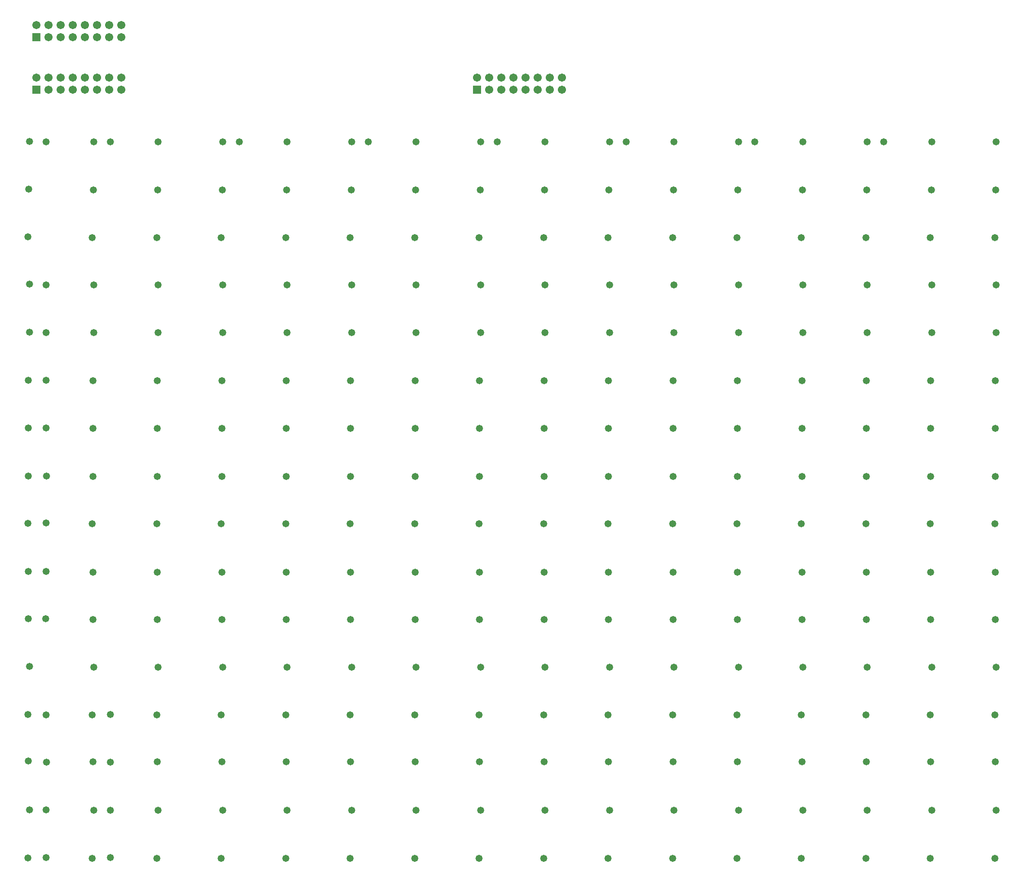
<source format=gbr>
G04 Layer_Color=16711935*
%FSLAX45Y45*%
%MOMM*%
%TF.FileFunction,Soldermask,Bot*%
%TF.Part,Single*%
G01*
G75*
%TA.AperFunction,ComponentPad*%
%ADD19R,1.70320X1.70320*%
%ADD20C,1.70320*%
%TA.AperFunction,ViaPad*%
%ADD21C,1.47320*%
D19*
X8866322Y28816000D02*
D03*
X8866318Y27715399D02*
D03*
X18098576D02*
D03*
D20*
X8866322Y29070001D02*
D03*
X9120322Y28816000D02*
D03*
Y29070001D02*
D03*
X9374322Y28816000D02*
D03*
Y29070001D02*
D03*
X9628322Y28816000D02*
D03*
Y29070001D02*
D03*
X9882322Y28816000D02*
D03*
Y29070001D02*
D03*
X10136322Y28816000D02*
D03*
Y29070001D02*
D03*
X10390322Y28816000D02*
D03*
Y29070001D02*
D03*
X10644322Y28816000D02*
D03*
Y29070001D02*
D03*
X8866318Y27969397D02*
D03*
X9120318Y27715399D02*
D03*
Y27969397D02*
D03*
X9374318Y27715399D02*
D03*
Y27969397D02*
D03*
X9628318Y27715399D02*
D03*
Y27969397D02*
D03*
X9882318Y27715399D02*
D03*
Y27969397D02*
D03*
X10136318Y27715399D02*
D03*
Y27969397D02*
D03*
X10390318Y27715399D02*
D03*
Y27969397D02*
D03*
X10644318Y27715399D02*
D03*
Y27969397D02*
D03*
X18098576D02*
D03*
X18352577Y27715399D02*
D03*
Y27969397D02*
D03*
X18606577Y27715399D02*
D03*
Y27969397D02*
D03*
X18860577Y27715399D02*
D03*
Y27969397D02*
D03*
X19114577Y27715399D02*
D03*
Y27969397D02*
D03*
X19368578Y27715399D02*
D03*
Y27969397D02*
D03*
X19622577Y27715399D02*
D03*
Y27969397D02*
D03*
X19876578Y27715399D02*
D03*
Y27969397D02*
D03*
D21*
X10420000Y14630000D02*
D03*
Y13630000D02*
D03*
Y12620000D02*
D03*
Y11630000D02*
D03*
X9070000Y18639999D02*
D03*
X9080000Y19620000D02*
D03*
X9070000Y23630000D02*
D03*
Y22630000D02*
D03*
Y21630000D02*
D03*
Y20630000D02*
D03*
X9060000Y16630000D02*
D03*
X9070000Y17620000D02*
D03*
Y14620000D02*
D03*
X9080000Y13630000D02*
D03*
X9070000Y12630000D02*
D03*
Y11630000D02*
D03*
X10040000Y11610000D02*
D03*
X11390000D02*
D03*
X12739999D02*
D03*
X14089999D02*
D03*
X15439999D02*
D03*
X16789999D02*
D03*
X18139999D02*
D03*
X19489999D02*
D03*
X20839998D02*
D03*
X22189998D02*
D03*
X23539998D02*
D03*
X24889998D02*
D03*
X26239999D02*
D03*
X27589999D02*
D03*
X28939996D02*
D03*
X8690000Y11620000D02*
D03*
X10070000Y12620000D02*
D03*
X11420000D02*
D03*
X12770000D02*
D03*
X14120000D02*
D03*
X15470000D02*
D03*
X16820000D02*
D03*
X18170000D02*
D03*
X19520000D02*
D03*
X20870000D02*
D03*
X22219998D02*
D03*
X23569998D02*
D03*
X24919998D02*
D03*
X26269998D02*
D03*
X27619998D02*
D03*
X28969998D02*
D03*
X8720000Y12630000D02*
D03*
X10050000Y13639999D02*
D03*
X11400000D02*
D03*
X12749999D02*
D03*
X14099998D02*
D03*
X15449998D02*
D03*
X16799998D02*
D03*
X18149998D02*
D03*
X19499998D02*
D03*
X20849998D02*
D03*
X22199998D02*
D03*
X23549998D02*
D03*
X24899998D02*
D03*
X26249997D02*
D03*
X27599997D02*
D03*
X28949997D02*
D03*
X8700000Y13650000D02*
D03*
X10040000Y14620000D02*
D03*
X11390000D02*
D03*
X12739999D02*
D03*
X14089999D02*
D03*
X15439999D02*
D03*
X16789999D02*
D03*
X18139999D02*
D03*
X19489999D02*
D03*
X20839998D02*
D03*
X22189998D02*
D03*
X23539998D02*
D03*
X24889998D02*
D03*
X26239999D02*
D03*
X27589999D02*
D03*
X28939996D02*
D03*
X8690000Y14630000D02*
D03*
X10070000Y15620000D02*
D03*
X11420000D02*
D03*
X12770000D02*
D03*
X14120000D02*
D03*
X15470000D02*
D03*
X16820000D02*
D03*
X18170000D02*
D03*
X19520000D02*
D03*
X20870000D02*
D03*
X22219998D02*
D03*
X23569998D02*
D03*
X24919998D02*
D03*
X26269998D02*
D03*
X27619998D02*
D03*
X28969998D02*
D03*
X8720000Y15630000D02*
D03*
X10050000Y16620000D02*
D03*
X11400000D02*
D03*
X12749999D02*
D03*
X14099998D02*
D03*
X15449998D02*
D03*
X16799998D02*
D03*
X18149998D02*
D03*
X19499998D02*
D03*
X20849998D02*
D03*
X22199998D02*
D03*
X23549998D02*
D03*
X24899998D02*
D03*
X26249997D02*
D03*
X27599997D02*
D03*
X28949997D02*
D03*
X8700000Y16630000D02*
D03*
X10050000Y17610001D02*
D03*
X11400000D02*
D03*
X12749999D02*
D03*
X14099998D02*
D03*
X15449998D02*
D03*
X16799998D02*
D03*
X18149998D02*
D03*
X19499998D02*
D03*
X20849998D02*
D03*
X22199998D02*
D03*
X23549998D02*
D03*
X24899998D02*
D03*
X26249997D02*
D03*
X27599997D02*
D03*
X28949997D02*
D03*
X8700000Y17620000D02*
D03*
X10040000Y18620000D02*
D03*
X11390000D02*
D03*
X12739999D02*
D03*
X14089999D02*
D03*
X15439999D02*
D03*
X16789999D02*
D03*
X18139999D02*
D03*
X19489999D02*
D03*
X20839998D02*
D03*
X22189998D02*
D03*
X23539998D02*
D03*
X24889998D02*
D03*
X26239999D02*
D03*
X27589999D02*
D03*
X28939996D02*
D03*
X8690000Y18630000D02*
D03*
X10050000Y19610001D02*
D03*
X11400000D02*
D03*
X12749999D02*
D03*
X14099998D02*
D03*
X15449998D02*
D03*
X16799998D02*
D03*
X18149998D02*
D03*
X19499998D02*
D03*
X20849998D02*
D03*
X22199998D02*
D03*
X23549998D02*
D03*
X24899998D02*
D03*
X26249997D02*
D03*
X27599997D02*
D03*
X28949997D02*
D03*
X8700000Y19620000D02*
D03*
X10050000Y20620000D02*
D03*
X11400000D02*
D03*
X12749999D02*
D03*
X14099998D02*
D03*
X15449998D02*
D03*
X16799998D02*
D03*
X18149998D02*
D03*
X19499998D02*
D03*
X20849998D02*
D03*
X22199998D02*
D03*
X23549998D02*
D03*
X24899998D02*
D03*
X26249997D02*
D03*
X27599997D02*
D03*
X28949997D02*
D03*
X8700000Y20630000D02*
D03*
X10050000Y21620000D02*
D03*
X11400000D02*
D03*
X12749999D02*
D03*
X14099998D02*
D03*
X15449998D02*
D03*
X16799998D02*
D03*
X18149998D02*
D03*
X19499998D02*
D03*
X20849998D02*
D03*
X22199998D02*
D03*
X23549998D02*
D03*
X24899998D02*
D03*
X26249997D02*
D03*
X27599997D02*
D03*
X28949997D02*
D03*
X8700000Y21630000D02*
D03*
X10070000Y22630000D02*
D03*
X11420000D02*
D03*
X12770000D02*
D03*
X14120000D02*
D03*
X15470000D02*
D03*
X16820000D02*
D03*
X18170000D02*
D03*
X19520000D02*
D03*
X20870000D02*
D03*
X22219998D02*
D03*
X23569998D02*
D03*
X24919998D02*
D03*
X26269998D02*
D03*
X27619998D02*
D03*
X28969998D02*
D03*
X8720000Y22639999D02*
D03*
X10070000Y23630000D02*
D03*
X11420000D02*
D03*
X12770000D02*
D03*
X14120000D02*
D03*
X15470000D02*
D03*
X16820000D02*
D03*
X18170000D02*
D03*
X19520000D02*
D03*
X20870000D02*
D03*
X22219998D02*
D03*
X23569998D02*
D03*
X24919998D02*
D03*
X26269998D02*
D03*
X27619998D02*
D03*
X28969998D02*
D03*
X8720000Y23639999D02*
D03*
X10040000Y24620000D02*
D03*
X11390000D02*
D03*
X12739999D02*
D03*
X14089999D02*
D03*
X15439999D02*
D03*
X16789999D02*
D03*
X18139999D02*
D03*
X19489999D02*
D03*
X20839998D02*
D03*
X22189998D02*
D03*
X23539998D02*
D03*
X24889998D02*
D03*
X26239999D02*
D03*
X27589999D02*
D03*
X28939996D02*
D03*
X8690000Y24630000D02*
D03*
X10060000Y25620001D02*
D03*
X11410000D02*
D03*
X12760000D02*
D03*
X14109999D02*
D03*
X15459999D02*
D03*
X16809999D02*
D03*
X18159999D02*
D03*
X19509999D02*
D03*
X20859999D02*
D03*
X22209999D02*
D03*
X23559998D02*
D03*
X24909998D02*
D03*
X26259998D02*
D03*
X27609998D02*
D03*
X28959998D02*
D03*
X8710000Y25629999D02*
D03*
X8720000Y26629999D02*
D03*
X28969998Y26620001D02*
D03*
X27619998D02*
D03*
X26269998D02*
D03*
X24919998D02*
D03*
X23569998D02*
D03*
X22219998D02*
D03*
X20870000D02*
D03*
X19520000D02*
D03*
X18170000D02*
D03*
X16820000D02*
D03*
X15470000D02*
D03*
X14120000D02*
D03*
X12770000D02*
D03*
X11420000D02*
D03*
X10070000D02*
D03*
X26617001Y26625397D02*
D03*
X23917001D02*
D03*
X21217001D02*
D03*
X18517001D02*
D03*
X15817001D02*
D03*
X13117001D02*
D03*
X10417002D02*
D03*
X9066997D02*
D03*
%TF.MD5,004fbc103b0956e874d38ea3f2fa65dd*%
M02*

</source>
